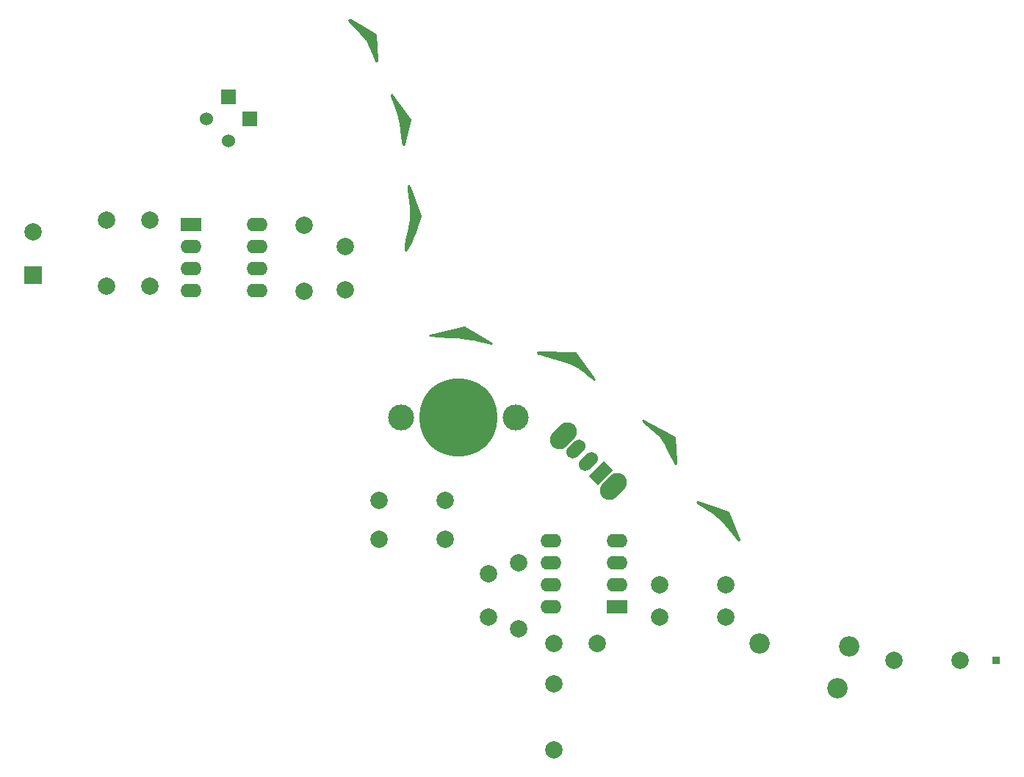
<source format=gbr>
G04 #@! TF.GenerationSoftware,KiCad,Pcbnew,8.0.2*
G04 #@! TF.CreationDate,2024-12-10T10:09:32-07:00*
G04 #@! TF.ProjectId,Makerspace_THT_Workshop,4d616b65-7273-4706-9163-655f5448545f,V1.0*
G04 #@! TF.SameCoordinates,Original*
G04 #@! TF.FileFunction,Soldermask,Top*
G04 #@! TF.FilePolarity,Negative*
%FSLAX46Y46*%
G04 Gerber Fmt 4.6, Leading zero omitted, Abs format (unit mm)*
G04 Created by KiCad (PCBNEW 8.0.2) date 2024-12-10 10:09:32*
%MOMM*%
%LPD*%
G01*
G04 APERTURE LIST*
G04 Aperture macros list*
%AMHorizOval*
0 Thick line with rounded ends*
0 $1 width*
0 $2 $3 position (X,Y) of the first rounded end (center of the circle)*
0 $4 $5 position (X,Y) of the second rounded end (center of the circle)*
0 Add line between two ends*
20,1,$1,$2,$3,$4,$5,0*
0 Add two circle primitives to create the rounded ends*
1,1,$1,$2,$3*
1,1,$1,$4,$5*%
%AMRotRect*
0 Rectangle, with rotation*
0 The origin of the aperture is its center*
0 $1 length*
0 $2 width*
0 $3 Rotation angle, in degrees counterclockwise*
0 Add horizontal line*
21,1,$1,$2,0,0,$3*%
G04 Aperture macros list end*
%ADD10C,0.291041*%
%ADD11R,1.800000X1.800000*%
%ADD12C,1.524000*%
%ADD13C,2.000000*%
%ADD14C,2.340000*%
%ADD15R,0.850000X0.850000*%
%ADD16HorizOval,2.200000X0.459619X0.459619X-0.459619X-0.459619X0*%
%ADD17RotRect,1.500000X2.500000X135.000000*%
%ADD18HorizOval,1.500000X0.353553X0.353553X-0.353553X-0.353553X0*%
%ADD19R,2.000000X2.000000*%
%ADD20R,2.400000X1.600000*%
%ADD21O,2.400000X1.600000*%
%ADD22C,3.000000*%
%ADD23C,9.000000*%
G04 APERTURE END LIST*
D10*
X173693520Y-108283418D02*
X177183892Y-109510260D01*
X178412866Y-112453653D01*
X178464365Y-112596339D01*
X178472105Y-112638462D01*
X178468624Y-112662457D01*
X178454510Y-112669335D01*
X178430350Y-112660111D01*
X178354251Y-112597408D01*
X178245034Y-112482452D01*
X178107408Y-112323350D01*
X177765758Y-111905128D01*
X177366962Y-111407584D01*
X176948683Y-110895564D01*
X176744006Y-110654388D01*
X176548582Y-110433910D01*
X176367118Y-110242235D01*
X176204322Y-110087468D01*
X176043744Y-109954162D01*
X175856125Y-109811254D01*
X175423362Y-109507209D01*
X174953223Y-109196492D01*
X174492897Y-108900263D01*
X174089574Y-108639681D01*
X173790443Y-108435907D01*
X173694697Y-108361935D01*
X173642696Y-108310099D01*
X173634942Y-108293309D01*
X173640337Y-108283045D01*
X173659617Y-108279638D01*
X173693520Y-108283418D01*
G36*
X173693520Y-108283418D02*
G01*
X177183892Y-109510260D01*
X178412866Y-112453653D01*
X178464365Y-112596339D01*
X178472105Y-112638462D01*
X178468624Y-112662457D01*
X178454510Y-112669335D01*
X178430350Y-112660111D01*
X178354251Y-112597408D01*
X178245034Y-112482452D01*
X178107408Y-112323350D01*
X177765758Y-111905128D01*
X177366962Y-111407584D01*
X176948683Y-110895564D01*
X176744006Y-110654388D01*
X176548582Y-110433910D01*
X176367118Y-110242235D01*
X176204322Y-110087468D01*
X176043744Y-109954162D01*
X175856125Y-109811254D01*
X175423362Y-109507209D01*
X174953223Y-109196492D01*
X174492897Y-108900263D01*
X174089574Y-108639681D01*
X173790443Y-108435907D01*
X173694697Y-108361935D01*
X173642696Y-108310099D01*
X173634942Y-108293309D01*
X173640337Y-108283045D01*
X173659617Y-108279638D01*
X173693520Y-108283418D01*
G37*
X171013362Y-100885005D02*
X171210212Y-103678645D01*
X171213824Y-103765764D01*
X171210937Y-103830424D01*
X171201851Y-103873764D01*
X171186868Y-103896922D01*
X171166288Y-103901036D01*
X171140411Y-103887246D01*
X171109539Y-103856691D01*
X171073971Y-103810509D01*
X170989952Y-103675818D01*
X170890761Y-103492283D01*
X170656478Y-103015122D01*
X170111651Y-101875503D01*
X169973587Y-101605134D01*
X169839588Y-101358799D01*
X169712062Y-101145607D01*
X169593412Y-100974669D01*
X169484027Y-100834098D01*
X169386092Y-100716330D01*
X169296325Y-100616720D01*
X169211448Y-100530622D01*
X169128181Y-100453392D01*
X169043242Y-100380385D01*
X168855232Y-100228460D01*
X168745601Y-100140253D01*
X168621178Y-100037689D01*
X168478685Y-99916124D01*
X168314841Y-99770912D01*
X168126366Y-99597410D01*
X167909980Y-99390971D01*
X167662402Y-99146952D01*
X167380354Y-98860707D01*
X171013362Y-100885005D01*
G36*
X171013362Y-100885005D02*
G01*
X171210212Y-103678645D01*
X171213824Y-103765764D01*
X171210937Y-103830424D01*
X171201851Y-103873764D01*
X171186868Y-103896922D01*
X171166288Y-103901036D01*
X171140411Y-103887246D01*
X171109539Y-103856691D01*
X171073971Y-103810509D01*
X170989952Y-103675818D01*
X170890761Y-103492283D01*
X170656478Y-103015122D01*
X170111651Y-101875503D01*
X169973587Y-101605134D01*
X169839588Y-101358799D01*
X169712062Y-101145607D01*
X169593412Y-100974669D01*
X169484027Y-100834098D01*
X169386092Y-100716330D01*
X169296325Y-100616720D01*
X169211448Y-100530622D01*
X169128181Y-100453392D01*
X169043242Y-100380385D01*
X168855232Y-100228460D01*
X168745601Y-100140253D01*
X168621178Y-100037689D01*
X168478685Y-99916124D01*
X168314841Y-99770912D01*
X168126366Y-99597410D01*
X167909980Y-99390971D01*
X167662402Y-99146952D01*
X167380354Y-98860707D01*
X171013362Y-100885005D01*
G37*
X140422151Y-71894640D02*
X140491945Y-72059906D01*
X141701717Y-75238620D01*
X141598243Y-75616234D01*
X141472444Y-76036586D01*
X141300422Y-76565374D01*
X141197815Y-76859669D01*
X141084538Y-77168156D01*
X140960887Y-77486530D01*
X140827156Y-77810486D01*
X140683642Y-78135718D01*
X140530639Y-78457920D01*
X140368443Y-78772788D01*
X140197349Y-79076014D01*
X140143768Y-79160851D01*
X140098779Y-79220443D01*
X140061957Y-79256051D01*
X140032874Y-79268932D01*
X140011106Y-79260344D01*
X139996224Y-79231545D01*
X139987805Y-79183794D01*
X139985420Y-79118348D01*
X139997051Y-78939406D01*
X140027708Y-78704785D01*
X140132457Y-78108764D01*
X140420224Y-76691439D01*
X140548683Y-76031178D01*
X140597121Y-75748377D01*
X140630486Y-75510548D01*
X140630477Y-75510548D01*
X140646200Y-75269013D01*
X140644961Y-74983586D01*
X140629698Y-74664411D01*
X140603350Y-74321633D01*
X140529148Y-73605847D01*
X140445860Y-72917385D01*
X140376991Y-72337403D01*
X140346045Y-71947058D01*
X140352139Y-71848361D01*
X140361863Y-71827569D01*
X140376529Y-71827506D01*
X140422151Y-71894640D01*
G36*
X140422151Y-71894640D02*
G01*
X140491945Y-72059906D01*
X141701717Y-75238620D01*
X141598243Y-75616234D01*
X141472444Y-76036586D01*
X141300422Y-76565374D01*
X141197815Y-76859669D01*
X141084538Y-77168156D01*
X140960887Y-77486530D01*
X140827156Y-77810486D01*
X140683642Y-78135718D01*
X140530639Y-78457920D01*
X140368443Y-78772788D01*
X140197349Y-79076014D01*
X140143768Y-79160851D01*
X140098779Y-79220443D01*
X140061957Y-79256051D01*
X140032874Y-79268932D01*
X140011106Y-79260344D01*
X139996224Y-79231545D01*
X139987805Y-79183794D01*
X139985420Y-79118348D01*
X139997051Y-78939406D01*
X140027708Y-78704785D01*
X140132457Y-78108764D01*
X140420224Y-76691439D01*
X140548683Y-76031178D01*
X140597121Y-75748377D01*
X140630486Y-75510548D01*
X140630477Y-75510548D01*
X140646200Y-75269013D01*
X140644961Y-74983586D01*
X140629698Y-74664411D01*
X140603350Y-74321633D01*
X140529148Y-73605847D01*
X140445860Y-72917385D01*
X140376991Y-72337403D01*
X140346045Y-71947058D01*
X140352139Y-71848361D01*
X140361863Y-71827569D01*
X140376529Y-71827506D01*
X140422151Y-71894640D01*
G37*
X138430729Y-61311273D02*
X140562894Y-64177112D01*
X139859222Y-67020083D01*
X139847046Y-67060291D01*
X139834352Y-67085161D01*
X139821167Y-67095402D01*
X139807514Y-67091726D01*
X139793418Y-67074844D01*
X139778905Y-67045465D01*
X139748723Y-66952061D01*
X139717166Y-66817201D01*
X139684433Y-66646569D01*
X139616230Y-66220735D01*
X139474422Y-65189968D01*
X139403987Y-64676001D01*
X139335977Y-64223623D01*
X139298421Y-64037436D01*
X139243331Y-63822985D01*
X139093409Y-63333989D01*
X138911917Y-62806041D01*
X138724565Y-62288550D01*
X138435115Y-61482560D01*
X138399260Y-61364795D01*
X138384435Y-61292875D01*
X138385912Y-61276037D01*
X138393853Y-61272976D01*
X138430729Y-61311273D01*
G36*
X138430729Y-61311273D02*
G01*
X140562894Y-64177112D01*
X139859222Y-67020083D01*
X139847046Y-67060291D01*
X139834352Y-67085161D01*
X139821167Y-67095402D01*
X139807514Y-67091726D01*
X139793418Y-67074844D01*
X139778905Y-67045465D01*
X139748723Y-66952061D01*
X139717166Y-66817201D01*
X139684433Y-66646569D01*
X139616230Y-66220735D01*
X139474422Y-65189968D01*
X139403987Y-64676001D01*
X139335977Y-64223623D01*
X139298421Y-64037436D01*
X139243331Y-63822985D01*
X139093409Y-63333989D01*
X138911917Y-62806041D01*
X138724565Y-62288550D01*
X138435115Y-61482560D01*
X138399260Y-61364795D01*
X138384435Y-61292875D01*
X138385912Y-61276037D01*
X138393853Y-61272976D01*
X138430729Y-61311273D01*
G37*
X159577665Y-91143452D02*
X161637261Y-93942648D01*
X161733372Y-94075532D01*
X161782910Y-94151103D01*
X161790940Y-94169070D01*
X161790898Y-94173392D01*
X161788199Y-94174718D01*
X161774977Y-94168717D01*
X161751565Y-94151736D01*
X161232307Y-93700993D01*
X161020939Y-93525393D01*
X160781600Y-93335343D01*
X160516616Y-93136201D01*
X160228312Y-92933325D01*
X159919013Y-92732073D01*
X159757217Y-92633730D01*
X159591045Y-92537802D01*
X159420787Y-92444959D01*
X159246733Y-92355871D01*
X159069175Y-92271208D01*
X158888403Y-92191638D01*
X158565546Y-92084395D01*
X158025043Y-91929852D01*
X156656627Y-91553869D01*
X156011482Y-91369927D01*
X155514223Y-91213684D01*
X155349607Y-91151809D01*
X155256232Y-91103890D01*
X155239830Y-91085896D01*
X155245521Y-91072270D01*
X155274733Y-91063305D01*
X155328895Y-91059294D01*
X159577665Y-91143452D01*
G36*
X159577665Y-91143452D02*
G01*
X161637261Y-93942648D01*
X161733372Y-94075532D01*
X161782910Y-94151103D01*
X161790940Y-94169070D01*
X161790898Y-94173392D01*
X161788199Y-94174718D01*
X161774977Y-94168717D01*
X161751565Y-94151736D01*
X161232307Y-93700993D01*
X161020939Y-93525393D01*
X160781600Y-93335343D01*
X160516616Y-93136201D01*
X160228312Y-92933325D01*
X159919013Y-92732073D01*
X159757217Y-92633730D01*
X159591045Y-92537802D01*
X159420787Y-92444959D01*
X159246733Y-92355871D01*
X159069175Y-92271208D01*
X158888403Y-92191638D01*
X158565546Y-92084395D01*
X158025043Y-91929852D01*
X156656627Y-91553869D01*
X156011482Y-91369927D01*
X155514223Y-91213684D01*
X155349607Y-91151809D01*
X155256232Y-91103890D01*
X155239830Y-91085896D01*
X155245521Y-91072270D01*
X155274733Y-91063305D01*
X155328895Y-91059294D01*
X159577665Y-91143452D01*
G37*
X149902101Y-89975323D02*
X148926114Y-89748650D01*
X148430434Y-89644746D01*
X148157025Y-89591635D01*
X147869523Y-89539188D01*
X147570143Y-89488484D01*
X147261101Y-89440599D01*
X146944611Y-89396610D01*
X146622889Y-89357597D01*
X145839090Y-89280122D01*
X145086375Y-89221727D01*
X143795338Y-89147850D01*
X142992064Y-89107323D01*
X142849053Y-89090614D01*
X142845367Y-89086202D01*
X142855454Y-89081583D01*
X142918840Y-89071502D01*
X146819110Y-88123823D01*
X149902101Y-89975323D01*
G36*
X149902101Y-89975323D02*
G01*
X148926114Y-89748650D01*
X148430434Y-89644746D01*
X148157025Y-89591635D01*
X147869523Y-89539188D01*
X147570143Y-89488484D01*
X147261101Y-89440599D01*
X146944611Y-89396610D01*
X146622889Y-89357597D01*
X145839090Y-89280122D01*
X145086375Y-89221727D01*
X143795338Y-89147850D01*
X142992064Y-89107323D01*
X142849053Y-89090614D01*
X142845367Y-89086202D01*
X142855454Y-89081583D01*
X142918840Y-89071502D01*
X146819110Y-88123823D01*
X149902101Y-89975323D01*
G37*
X133577397Y-52640880D02*
X133641748Y-52662678D01*
X133831168Y-52752318D01*
X136570342Y-54351460D01*
X136701002Y-57272513D01*
X136701759Y-57332891D01*
X136697937Y-57375071D01*
X136689764Y-57400019D01*
X136677467Y-57408703D01*
X136661275Y-57402089D01*
X136641416Y-57381142D01*
X136591605Y-57300121D01*
X136529860Y-57173370D01*
X136458003Y-57008624D01*
X136291245Y-56596075D01*
X135916611Y-55655253D01*
X135825022Y-55441045D01*
X135737907Y-55250701D01*
X135657090Y-55091953D01*
X135584393Y-54972535D01*
X135473374Y-54829412D01*
X135322873Y-54656998D01*
X134937433Y-54249901D01*
X134066843Y-53365866D01*
X133717718Y-52991349D01*
X133594454Y-52843369D01*
X133516723Y-52730111D01*
X133497589Y-52688503D01*
X133493027Y-52657976D01*
X133504099Y-52639329D01*
X133531868Y-52633364D01*
X133577397Y-52640880D01*
G36*
X133577397Y-52640880D02*
G01*
X133641748Y-52662678D01*
X133831168Y-52752318D01*
X136570342Y-54351460D01*
X136701002Y-57272513D01*
X136701759Y-57332891D01*
X136697937Y-57375071D01*
X136689764Y-57400019D01*
X136677467Y-57408703D01*
X136661275Y-57402089D01*
X136641416Y-57381142D01*
X136591605Y-57300121D01*
X136529860Y-57173370D01*
X136458003Y-57008624D01*
X136291245Y-56596075D01*
X135916611Y-55655253D01*
X135825022Y-55441045D01*
X135737907Y-55250701D01*
X135657090Y-55091953D01*
X135584393Y-54972535D01*
X135473374Y-54829412D01*
X135322873Y-54656998D01*
X134937433Y-54249901D01*
X134066843Y-53365866D01*
X133717718Y-52991349D01*
X133594454Y-52843369D01*
X133516723Y-52730111D01*
X133497589Y-52688503D01*
X133493027Y-52657976D01*
X133504099Y-52639329D01*
X133531868Y-52633364D01*
X133577397Y-52640880D01*
G37*
D11*
X119600000Y-61600000D03*
D12*
X119600000Y-66600000D03*
D13*
X203910000Y-126600000D03*
X196290000Y-126600000D03*
D14*
X191144964Y-124984362D03*
X180843254Y-124631143D03*
X189766777Y-129790670D03*
D15*
X208100000Y-126600000D03*
D16*
X163999138Y-106499138D03*
X158200863Y-100700863D03*
D17*
X162514214Y-105014214D03*
D18*
X161100000Y-103600000D03*
X159685787Y-102185787D03*
D13*
X169290000Y-121600000D03*
X176910000Y-121600000D03*
X144600000Y-108100000D03*
X136980000Y-108100000D03*
X176910000Y-117850000D03*
X169290000Y-117850000D03*
D19*
X97100000Y-82100000D03*
D13*
X97100000Y-77100000D03*
X153100000Y-122910000D03*
X153100000Y-115290000D03*
X162100000Y-124600000D03*
X157100000Y-124600000D03*
X157100000Y-129290000D03*
X157100000Y-136910000D03*
X105600000Y-83410000D03*
X105600000Y-75790000D03*
X144600000Y-112600000D03*
X136980000Y-112600000D03*
X133100000Y-83850000D03*
X133100000Y-78850000D03*
X128350000Y-76350000D03*
X128350000Y-83970000D03*
X149600000Y-121600000D03*
X149600000Y-116600000D03*
X110600000Y-83410000D03*
X110600000Y-75790000D03*
D20*
X164400000Y-120400000D03*
D21*
X164400000Y-117860000D03*
X164400000Y-115320000D03*
X164400000Y-112780000D03*
X156780000Y-112780000D03*
X156780000Y-115320000D03*
X156780000Y-117860000D03*
X156780000Y-120400000D03*
D22*
X152700000Y-98600000D03*
X139500000Y-98600000D03*
D23*
X146100000Y-98600000D03*
D20*
X115300000Y-76300000D03*
D21*
X115300000Y-78840000D03*
X115300000Y-81380000D03*
X115300000Y-83920000D03*
X122920000Y-83920000D03*
X122920000Y-81380000D03*
X122920000Y-78840000D03*
X122920000Y-76300000D03*
D11*
X122100000Y-64100000D03*
D12*
X117100000Y-64100000D03*
M02*

</source>
